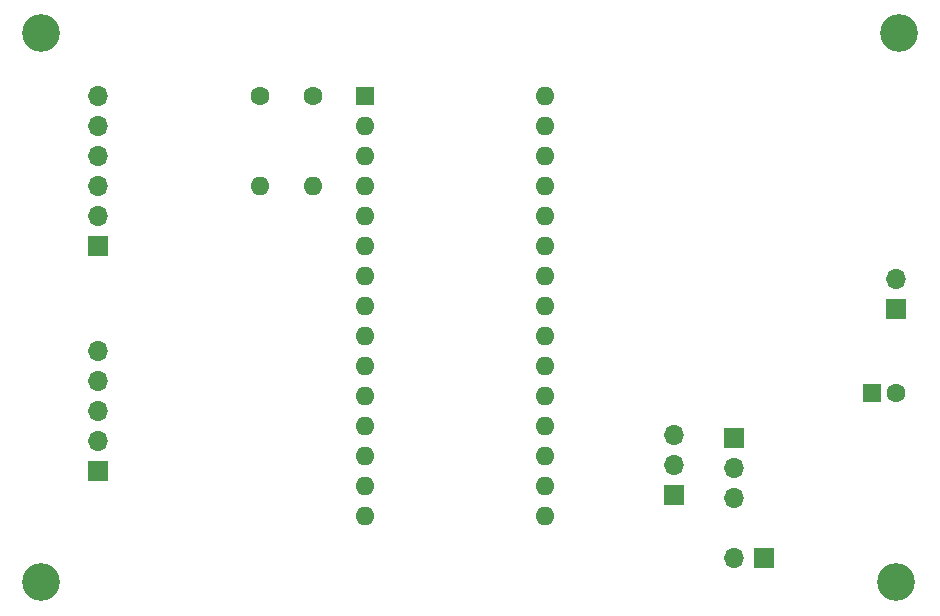
<source format=gbs>
G04 #@! TF.GenerationSoftware,KiCad,Pcbnew,(5.1.10)-1*
G04 #@! TF.CreationDate,2021-11-19T16:29:16+01:00*
G04 #@! TF.ProjectId,WeatherStation,57656174-6865-4725-9374-6174696f6e2e,rev?*
G04 #@! TF.SameCoordinates,Original*
G04 #@! TF.FileFunction,Soldermask,Bot*
G04 #@! TF.FilePolarity,Negative*
%FSLAX46Y46*%
G04 Gerber Fmt 4.6, Leading zero omitted, Abs format (unit mm)*
G04 Created by KiCad (PCBNEW (5.1.10)-1) date 2021-11-19 16:29:16*
%MOMM*%
%LPD*%
G01*
G04 APERTURE LIST*
%ADD10C,3.200000*%
%ADD11O,1.700000X1.700000*%
%ADD12R,1.700000X1.700000*%
%ADD13O,1.600000X1.600000*%
%ADD14C,1.600000*%
%ADD15R,1.600000X1.600000*%
G04 APERTURE END LIST*
D10*
X114808000Y-98298000D03*
X42418000Y-51816000D03*
X115062000Y-51816000D03*
X42418000Y-98298000D03*
D11*
X114808000Y-72644000D03*
D12*
X114808000Y-75184000D03*
D11*
X96012000Y-85852000D03*
X96012000Y-88392000D03*
D12*
X96012000Y-90932000D03*
D11*
X101092000Y-96266000D03*
D12*
X103632000Y-96266000D03*
D13*
X65405000Y-64770000D03*
D14*
X65405000Y-57150000D03*
D13*
X60960000Y-64770000D03*
D14*
X60960000Y-57150000D03*
D11*
X47244000Y-57150000D03*
X47244000Y-59690000D03*
X47244000Y-62230000D03*
X47244000Y-64770000D03*
X47244000Y-67310000D03*
D12*
X47244000Y-69850000D03*
D11*
X47244000Y-78740000D03*
X47244000Y-81280000D03*
X47244000Y-83820000D03*
X47244000Y-86360000D03*
D12*
X47244000Y-88900000D03*
D13*
X85090000Y-92710000D03*
X69850000Y-92710000D03*
X85090000Y-57150000D03*
X69850000Y-90170000D03*
X85090000Y-59690000D03*
X69850000Y-87630000D03*
X85090000Y-62230000D03*
X69850000Y-85090000D03*
X85090000Y-64770000D03*
X69850000Y-82550000D03*
X85090000Y-67310000D03*
X69850000Y-80010000D03*
X85090000Y-69850000D03*
X69850000Y-77470000D03*
X85090000Y-72390000D03*
X69850000Y-74930000D03*
X85090000Y-74930000D03*
X69850000Y-72390000D03*
X85090000Y-77470000D03*
X69850000Y-69850000D03*
X85090000Y-80010000D03*
X69850000Y-67310000D03*
X85090000Y-82550000D03*
X69850000Y-64770000D03*
X85090000Y-85090000D03*
X69850000Y-62230000D03*
X85090000Y-87630000D03*
X69850000Y-59690000D03*
X85090000Y-90170000D03*
D15*
X69850000Y-57150000D03*
D11*
X101092000Y-91186000D03*
X101092000Y-88646000D03*
D12*
X101092000Y-86106000D03*
D14*
X114776000Y-82296000D03*
D15*
X112776000Y-82296000D03*
M02*

</source>
